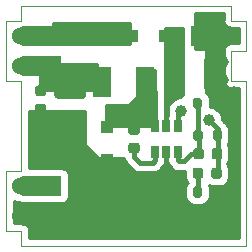
<source format=gbr>
%TF.GenerationSoftware,KiCad,Pcbnew,(5.1.9)-1*%
%TF.CreationDate,2021-06-07T16:13:34+02:00*%
%TF.ProjectId,16_STEP_DOWN,31365f53-5445-4505-9f44-4f574e2e6b69,rev?*%
%TF.SameCoordinates,Original*%
%TF.FileFunction,Copper,L1,Top*%
%TF.FilePolarity,Positive*%
%FSLAX46Y46*%
G04 Gerber Fmt 4.6, Leading zero omitted, Abs format (unit mm)*
G04 Created by KiCad (PCBNEW (5.1.9)-1) date 2021-06-07 16:13:34*
%MOMM*%
%LPD*%
G01*
G04 APERTURE LIST*
%TA.AperFunction,Profile*%
%ADD10C,0.050000*%
%TD*%
%TA.AperFunction,ComponentPad*%
%ADD11C,1.524000*%
%TD*%
%TA.AperFunction,ComponentPad*%
%ADD12C,0.100000*%
%TD*%
%TA.AperFunction,SMDPad,CuDef*%
%ADD13R,1.100000X1.100000*%
%TD*%
%TA.AperFunction,SMDPad,CuDef*%
%ADD14R,1.500000X2.500000*%
%TD*%
%TA.AperFunction,SMDPad,CuDef*%
%ADD15R,0.650000X1.060000*%
%TD*%
%TA.AperFunction,ViaPad*%
%ADD16C,1.000000*%
%TD*%
%TA.AperFunction,Conductor*%
%ADD17C,0.400000*%
%TD*%
%TA.AperFunction,Conductor*%
%ADD18C,0.254000*%
%TD*%
%TA.AperFunction,Conductor*%
%ADD19C,0.100000*%
%TD*%
G04 APERTURE END LIST*
D10*
X119380000Y-67310000D02*
X120650000Y-67310000D01*
X119380000Y-64770000D02*
X119380000Y-67310000D01*
X120650000Y-64770000D02*
X119380000Y-64770000D01*
X120650000Y-62230000D02*
X120650000Y-64770000D01*
X119380000Y-62230000D02*
X120650000Y-62230000D01*
X119380000Y-60960000D02*
X119380000Y-62230000D01*
X113665000Y-60960000D02*
X119380000Y-60960000D01*
X114935000Y-81280000D02*
X120650000Y-81280000D01*
X101600000Y-62230000D02*
X101600000Y-60960000D01*
X100330000Y-62230000D02*
X101600000Y-62230000D01*
X100330000Y-64770000D02*
X100330000Y-62230000D01*
X101600000Y-67310000D02*
X100330000Y-67310000D01*
X101600000Y-74930000D02*
X101600000Y-67310000D01*
X100330000Y-74930000D02*
X101600000Y-74930000D01*
X120650000Y-67310000D02*
X120650000Y-81280000D01*
X101600000Y-60960000D02*
X113665000Y-60960000D01*
X101600000Y-80010000D02*
X101600000Y-81280000D01*
X100330000Y-80010000D02*
X101600000Y-80010000D01*
X100330000Y-64770000D02*
X100330000Y-67310000D01*
X114935000Y-81280000D02*
X101600000Y-81280000D01*
X100330000Y-80010000D02*
X100330000Y-74930000D01*
%TO.P,C5,1*%
%TO.N,5V*%
%TA.AperFunction,SMDPad,CuDef*%
G36*
G01*
X118615000Y-73240000D02*
X118615000Y-73740000D01*
G75*
G02*
X118390000Y-73965000I-225000J0D01*
G01*
X117940000Y-73965000D01*
G75*
G02*
X117715000Y-73740000I0J225000D01*
G01*
X117715000Y-73240000D01*
G75*
G02*
X117940000Y-73015000I225000J0D01*
G01*
X118390000Y-73015000D01*
G75*
G02*
X118615000Y-73240000I0J-225000D01*
G01*
G37*
%TD.AperFunction*%
%TO.P,C5,2*%
%TO.N,Net-(C5-Pad2)*%
%TA.AperFunction,SMDPad,CuDef*%
G36*
G01*
X117065000Y-73240000D02*
X117065000Y-73740000D01*
G75*
G02*
X116840000Y-73965000I-225000J0D01*
G01*
X116390000Y-73965000D01*
G75*
G02*
X116165000Y-73740000I0J225000D01*
G01*
X116165000Y-73240000D01*
G75*
G02*
X116390000Y-73015000I225000J0D01*
G01*
X116840000Y-73015000D01*
G75*
G02*
X117065000Y-73240000I0J-225000D01*
G01*
G37*
%TD.AperFunction*%
%TD*%
%TO.P,R3,2*%
%TO.N,GND*%
%TA.AperFunction,SMDPad,CuDef*%
G36*
G01*
X117765000Y-69515000D02*
X117765000Y-68965000D01*
G75*
G02*
X117965000Y-68765000I200000J0D01*
G01*
X118365000Y-68765000D01*
G75*
G02*
X118565000Y-68965000I0J-200000D01*
G01*
X118565000Y-69515000D01*
G75*
G02*
X118365000Y-69715000I-200000J0D01*
G01*
X117965000Y-69715000D01*
G75*
G02*
X117765000Y-69515000I0J200000D01*
G01*
G37*
%TD.AperFunction*%
%TO.P,R3,1*%
%TO.N,Net-(C5-Pad2)*%
%TA.AperFunction,SMDPad,CuDef*%
G36*
G01*
X116115000Y-69515000D02*
X116115000Y-68965000D01*
G75*
G02*
X116315000Y-68765000I200000J0D01*
G01*
X116715000Y-68765000D01*
G75*
G02*
X116915000Y-68965000I0J-200000D01*
G01*
X116915000Y-69515000D01*
G75*
G02*
X116715000Y-69715000I-200000J0D01*
G01*
X116315000Y-69715000D01*
G75*
G02*
X116115000Y-69515000I0J200000D01*
G01*
G37*
%TD.AperFunction*%
%TD*%
%TO.P,R2,1*%
%TO.N,5V*%
%TA.AperFunction,SMDPad,CuDef*%
G36*
G01*
X118615000Y-71665000D02*
X118615000Y-72215000D01*
G75*
G02*
X118415000Y-72415000I-200000J0D01*
G01*
X118015000Y-72415000D01*
G75*
G02*
X117815000Y-72215000I0J200000D01*
G01*
X117815000Y-71665000D01*
G75*
G02*
X118015000Y-71465000I200000J0D01*
G01*
X118415000Y-71465000D01*
G75*
G02*
X118615000Y-71665000I0J-200000D01*
G01*
G37*
%TD.AperFunction*%
%TO.P,R2,2*%
%TO.N,Net-(C5-Pad2)*%
%TA.AperFunction,SMDPad,CuDef*%
G36*
G01*
X116965000Y-71665000D02*
X116965000Y-72215000D01*
G75*
G02*
X116765000Y-72415000I-200000J0D01*
G01*
X116365000Y-72415000D01*
G75*
G02*
X116165000Y-72215000I0J200000D01*
G01*
X116165000Y-71665000D01*
G75*
G02*
X116365000Y-71465000I200000J0D01*
G01*
X116765000Y-71465000D01*
G75*
G02*
X116965000Y-71665000I0J-200000D01*
G01*
G37*
%TD.AperFunction*%
%TD*%
D11*
%TO.P,J5,1*%
%TO.N,EN*%
X101600000Y-76200000D03*
%TA.AperFunction,ComponentPad*%
D12*
G36*
X101928132Y-77049917D02*
G01*
X101845251Y-77044703D01*
X101763275Y-77031425D01*
X101682986Y-77010212D01*
X101605149Y-76981265D01*
X101530509Y-76944861D01*
X101459778Y-76901346D01*
X101393631Y-76851138D01*
X101332698Y-76794714D01*
X101277563Y-76732613D01*
X101228750Y-76665429D01*
X101186727Y-76593802D01*
X101151894Y-76518416D01*
X101124583Y-76439990D01*
X101105056Y-76359274D01*
X101093498Y-76277038D01*
X101090021Y-76194066D01*
X101094656Y-76111151D01*
X101107361Y-76029084D01*
X101128013Y-75948648D01*
X101156416Y-75870612D01*
X101192299Y-75795719D01*
X101235318Y-75724686D01*
X101285064Y-75658190D01*
X101341061Y-75596865D01*
X101402775Y-75541297D01*
X101469617Y-75492017D01*
X101540949Y-75449495D01*
X101616090Y-75414136D01*
X101694323Y-75386278D01*
X101774901Y-75366188D01*
X101857055Y-75354057D01*
X101940000Y-75350000D01*
X104990000Y-75350000D01*
X104990000Y-77050000D01*
X101940000Y-77050000D01*
X101928132Y-77049917D01*
G37*
%TD.AperFunction*%
%TD*%
D11*
%TO.P,J1,1*%
%TO.N,GND*%
X101600000Y-78740000D03*
%TA.AperFunction,ComponentPad*%
D12*
G36*
X101928132Y-79589917D02*
G01*
X101845251Y-79584703D01*
X101763275Y-79571425D01*
X101682986Y-79550212D01*
X101605149Y-79521265D01*
X101530509Y-79484861D01*
X101459778Y-79441346D01*
X101393631Y-79391138D01*
X101332698Y-79334714D01*
X101277563Y-79272613D01*
X101228750Y-79205429D01*
X101186727Y-79133802D01*
X101151894Y-79058416D01*
X101124583Y-78979990D01*
X101105056Y-78899274D01*
X101093498Y-78817038D01*
X101090021Y-78734066D01*
X101094656Y-78651151D01*
X101107361Y-78569084D01*
X101128013Y-78488648D01*
X101156416Y-78410612D01*
X101192299Y-78335719D01*
X101235318Y-78264686D01*
X101285064Y-78198190D01*
X101341061Y-78136865D01*
X101402775Y-78081297D01*
X101469617Y-78032017D01*
X101540949Y-77989495D01*
X101616090Y-77954136D01*
X101694323Y-77926278D01*
X101774901Y-77906188D01*
X101857055Y-77894057D01*
X101940000Y-77890000D01*
X104990000Y-77890000D01*
X104990000Y-79590000D01*
X101940000Y-79590000D01*
X101928132Y-79589917D01*
G37*
%TD.AperFunction*%
%TD*%
D11*
%TO.P,J3,1*%
%TO.N,V_BRUT*%
X101600000Y-63500000D03*
%TA.AperFunction,ComponentPad*%
D12*
G36*
X101928132Y-64349917D02*
G01*
X101845251Y-64344703D01*
X101763275Y-64331425D01*
X101682986Y-64310212D01*
X101605149Y-64281265D01*
X101530509Y-64244861D01*
X101459778Y-64201346D01*
X101393631Y-64151138D01*
X101332698Y-64094714D01*
X101277563Y-64032613D01*
X101228750Y-63965429D01*
X101186727Y-63893802D01*
X101151894Y-63818416D01*
X101124583Y-63739990D01*
X101105056Y-63659274D01*
X101093498Y-63577038D01*
X101090021Y-63494066D01*
X101094656Y-63411151D01*
X101107361Y-63329084D01*
X101128013Y-63248648D01*
X101156416Y-63170612D01*
X101192299Y-63095719D01*
X101235318Y-63024686D01*
X101285064Y-62958190D01*
X101341061Y-62896865D01*
X101402775Y-62841297D01*
X101469617Y-62792017D01*
X101540949Y-62749495D01*
X101616090Y-62714136D01*
X101694323Y-62686278D01*
X101774901Y-62666188D01*
X101857055Y-62654057D01*
X101940000Y-62650000D01*
X104990000Y-62650000D01*
X104990000Y-64350000D01*
X101940000Y-64350000D01*
X101928132Y-64349917D01*
G37*
%TD.AperFunction*%
%TD*%
D11*
%TO.P,J4,1*%
%TO.N,5V*%
X101600000Y-66040000D03*
%TA.AperFunction,ComponentPad*%
D12*
G36*
X101928132Y-66889917D02*
G01*
X101845251Y-66884703D01*
X101763275Y-66871425D01*
X101682986Y-66850212D01*
X101605149Y-66821265D01*
X101530509Y-66784861D01*
X101459778Y-66741346D01*
X101393631Y-66691138D01*
X101332698Y-66634714D01*
X101277563Y-66572613D01*
X101228750Y-66505429D01*
X101186727Y-66433802D01*
X101151894Y-66358416D01*
X101124583Y-66279990D01*
X101105056Y-66199274D01*
X101093498Y-66117038D01*
X101090021Y-66034066D01*
X101094656Y-65951151D01*
X101107361Y-65869084D01*
X101128013Y-65788648D01*
X101156416Y-65710612D01*
X101192299Y-65635719D01*
X101235318Y-65564686D01*
X101285064Y-65498190D01*
X101341061Y-65436865D01*
X101402775Y-65381297D01*
X101469617Y-65332017D01*
X101540949Y-65289495D01*
X101616090Y-65254136D01*
X101694323Y-65226278D01*
X101774901Y-65206188D01*
X101857055Y-65194057D01*
X101940000Y-65190000D01*
X104990000Y-65190000D01*
X104990000Y-66890000D01*
X101940000Y-66890000D01*
X101928132Y-66889917D01*
G37*
%TD.AperFunction*%
%TD*%
D11*
%TO.P,J2,1*%
%TO.N,GND*%
X119380000Y-63500000D03*
%TA.AperFunction,ComponentPad*%
D12*
G36*
X119051868Y-62650083D02*
G01*
X119134749Y-62655297D01*
X119216725Y-62668575D01*
X119297014Y-62689788D01*
X119374851Y-62718735D01*
X119449491Y-62755139D01*
X119520222Y-62798654D01*
X119586369Y-62848862D01*
X119647302Y-62905286D01*
X119702437Y-62967387D01*
X119751250Y-63034571D01*
X119793273Y-63106198D01*
X119828106Y-63181584D01*
X119855417Y-63260010D01*
X119874944Y-63340726D01*
X119886502Y-63422962D01*
X119889979Y-63505934D01*
X119885344Y-63588849D01*
X119872639Y-63670916D01*
X119851987Y-63751352D01*
X119823584Y-63829388D01*
X119787701Y-63904281D01*
X119744682Y-63975314D01*
X119694936Y-64041810D01*
X119638939Y-64103135D01*
X119577225Y-64158703D01*
X119510383Y-64207983D01*
X119439051Y-64250505D01*
X119363910Y-64285864D01*
X119285677Y-64313722D01*
X119205099Y-64333812D01*
X119122945Y-64345943D01*
X119040000Y-64350000D01*
X115990000Y-64350000D01*
X115990000Y-62650000D01*
X119040000Y-62650000D01*
X119051868Y-62650083D01*
G37*
%TD.AperFunction*%
%TD*%
%TO.P,C3,2*%
%TO.N,GND*%
%TA.AperFunction,SMDPad,CuDef*%
G36*
G01*
X102990000Y-69265000D02*
X103490000Y-69265000D01*
G75*
G02*
X103715000Y-69490000I0J-225000D01*
G01*
X103715000Y-69940000D01*
G75*
G02*
X103490000Y-70165000I-225000J0D01*
G01*
X102990000Y-70165000D01*
G75*
G02*
X102765000Y-69940000I0J225000D01*
G01*
X102765000Y-69490000D01*
G75*
G02*
X102990000Y-69265000I225000J0D01*
G01*
G37*
%TD.AperFunction*%
%TO.P,C3,1*%
%TO.N,5V*%
%TA.AperFunction,SMDPad,CuDef*%
G36*
G01*
X102990000Y-67715000D02*
X103490000Y-67715000D01*
G75*
G02*
X103715000Y-67940000I0J-225000D01*
G01*
X103715000Y-68390000D01*
G75*
G02*
X103490000Y-68615000I-225000J0D01*
G01*
X102990000Y-68615000D01*
G75*
G02*
X102765000Y-68390000I0J225000D01*
G01*
X102765000Y-67940000D01*
G75*
G02*
X102990000Y-67715000I225000J0D01*
G01*
G37*
%TD.AperFunction*%
%TD*%
%TO.P,C2,2*%
%TO.N,GND*%
%TA.AperFunction,SMDPad,CuDef*%
G36*
G01*
X117040000Y-67840001D02*
X117040000Y-65639999D01*
G75*
G02*
X117289999Y-65390000I249999J0D01*
G01*
X117940001Y-65390000D01*
G75*
G02*
X118190000Y-65639999I0J-249999D01*
G01*
X118190000Y-67840001D01*
G75*
G02*
X117940001Y-68090000I-249999J0D01*
G01*
X117289999Y-68090000D01*
G75*
G02*
X117040000Y-67840001I0J249999D01*
G01*
G37*
%TD.AperFunction*%
%TO.P,C2,1*%
%TO.N,V_BRUT_P*%
%TA.AperFunction,SMDPad,CuDef*%
G36*
G01*
X114090000Y-67840001D02*
X114090000Y-65639999D01*
G75*
G02*
X114339999Y-65390000I249999J0D01*
G01*
X114990001Y-65390000D01*
G75*
G02*
X115240000Y-65639999I0J-249999D01*
G01*
X115240000Y-67840001D01*
G75*
G02*
X114990001Y-68090000I-249999J0D01*
G01*
X114339999Y-68090000D01*
G75*
G02*
X114090000Y-67840001I0J249999D01*
G01*
G37*
%TD.AperFunction*%
%TD*%
%TO.P,C1,2*%
%TO.N,Net-(C1-Pad2)*%
%TA.AperFunction,SMDPad,CuDef*%
G36*
G01*
X111390000Y-71915000D02*
X110890000Y-71915000D01*
G75*
G02*
X110665000Y-71690000I0J225000D01*
G01*
X110665000Y-71240000D01*
G75*
G02*
X110890000Y-71015000I225000J0D01*
G01*
X111390000Y-71015000D01*
G75*
G02*
X111615000Y-71240000I0J-225000D01*
G01*
X111615000Y-71690000D01*
G75*
G02*
X111390000Y-71915000I-225000J0D01*
G01*
G37*
%TD.AperFunction*%
%TO.P,C1,1*%
%TO.N,Net-(C1-Pad1)*%
%TA.AperFunction,SMDPad,CuDef*%
G36*
G01*
X111390000Y-73465000D02*
X110890000Y-73465000D01*
G75*
G02*
X110665000Y-73240000I0J225000D01*
G01*
X110665000Y-72790000D01*
G75*
G02*
X110890000Y-72565000I225000J0D01*
G01*
X111390000Y-72565000D01*
G75*
G02*
X111615000Y-72790000I0J-225000D01*
G01*
X111615000Y-73240000D01*
G75*
G02*
X111390000Y-73465000I-225000J0D01*
G01*
G37*
%TD.AperFunction*%
%TD*%
%TO.P,C4,1*%
%TO.N,5V*%
%TA.AperFunction,SMDPad,CuDef*%
G36*
G01*
X104639999Y-67690000D02*
X106840001Y-67690000D01*
G75*
G02*
X107090000Y-67939999I0J-249999D01*
G01*
X107090000Y-68590001D01*
G75*
G02*
X106840001Y-68840000I-249999J0D01*
G01*
X104639999Y-68840000D01*
G75*
G02*
X104390000Y-68590001I0J249999D01*
G01*
X104390000Y-67939999D01*
G75*
G02*
X104639999Y-67690000I249999J0D01*
G01*
G37*
%TD.AperFunction*%
%TO.P,C4,2*%
%TO.N,GND*%
%TA.AperFunction,SMDPad,CuDef*%
G36*
G01*
X104639999Y-70640000D02*
X106840001Y-70640000D01*
G75*
G02*
X107090000Y-70889999I0J-249999D01*
G01*
X107090000Y-71540001D01*
G75*
G02*
X106840001Y-71790000I-249999J0D01*
G01*
X104639999Y-71790000D01*
G75*
G02*
X104390000Y-71540001I0J249999D01*
G01*
X104390000Y-70889999D01*
G75*
G02*
X104639999Y-70640000I249999J0D01*
G01*
G37*
%TD.AperFunction*%
%TD*%
D13*
%TO.P,D2,1*%
%TO.N,V_BRUT_P*%
X113790000Y-63500000D03*
%TO.P,D2,2*%
%TO.N,V_BRUT*%
X110990000Y-63500000D03*
%TD*%
%TO.P,D1,1*%
%TO.N,Net-(D1-Pad1)*%
%TA.AperFunction,SMDPad,CuDef*%
G36*
G01*
X116115000Y-75396250D02*
X116115000Y-74883750D01*
G75*
G02*
X116333750Y-74665000I218750J0D01*
G01*
X116771250Y-74665000D01*
G75*
G02*
X116990000Y-74883750I0J-218750D01*
G01*
X116990000Y-75396250D01*
G75*
G02*
X116771250Y-75615000I-218750J0D01*
G01*
X116333750Y-75615000D01*
G75*
G02*
X116115000Y-75396250I0J218750D01*
G01*
G37*
%TD.AperFunction*%
%TO.P,D1,2*%
%TO.N,5V*%
%TA.AperFunction,SMDPad,CuDef*%
G36*
G01*
X117690000Y-75396250D02*
X117690000Y-74883750D01*
G75*
G02*
X117908750Y-74665000I218750J0D01*
G01*
X118346250Y-74665000D01*
G75*
G02*
X118565000Y-74883750I0J-218750D01*
G01*
X118565000Y-75396250D01*
G75*
G02*
X118346250Y-75615000I-218750J0D01*
G01*
X117908750Y-75615000D01*
G75*
G02*
X117690000Y-75396250I0J218750D01*
G01*
G37*
%TD.AperFunction*%
%TD*%
D14*
%TO.P,L1,1*%
%TO.N,5V*%
X108390000Y-67440000D03*
%TO.P,L1,2*%
%TO.N,Net-(C1-Pad2)*%
X112090000Y-67440000D03*
%TD*%
%TO.P,R1,1*%
%TO.N,Net-(D1-Pad1)*%
%TA.AperFunction,SMDPad,CuDef*%
G36*
G01*
X116115000Y-77015000D02*
X116115000Y-76465000D01*
G75*
G02*
X116315000Y-76265000I200000J0D01*
G01*
X116715000Y-76265000D01*
G75*
G02*
X116915000Y-76465000I0J-200000D01*
G01*
X116915000Y-77015000D01*
G75*
G02*
X116715000Y-77215000I-200000J0D01*
G01*
X116315000Y-77215000D01*
G75*
G02*
X116115000Y-77015000I0J200000D01*
G01*
G37*
%TD.AperFunction*%
%TO.P,R1,2*%
%TO.N,GND*%
%TA.AperFunction,SMDPad,CuDef*%
G36*
G01*
X117765000Y-77015000D02*
X117765000Y-76465000D01*
G75*
G02*
X117965000Y-76265000I200000J0D01*
G01*
X118365000Y-76265000D01*
G75*
G02*
X118565000Y-76465000I0J-200000D01*
G01*
X118565000Y-77015000D01*
G75*
G02*
X118365000Y-77215000I-200000J0D01*
G01*
X117965000Y-77215000D01*
G75*
G02*
X117765000Y-77015000I0J200000D01*
G01*
G37*
%TD.AperFunction*%
%TD*%
D13*
%TO.P,D3,1*%
%TO.N,Net-(C1-Pad2)*%
X108890000Y-71240000D03*
%TO.P,D3,2*%
%TO.N,GND*%
X108890000Y-74040000D03*
%TD*%
D15*
%TO.P,U1,1*%
%TO.N,Net-(C1-Pad1)*%
X112940000Y-73340000D03*
%TO.P,U1,2*%
%TO.N,GND*%
X113890000Y-73340000D03*
%TO.P,U1,3*%
%TO.N,Net-(C5-Pad2)*%
X114840000Y-73340000D03*
%TO.P,U1,4*%
%TO.N,EN*%
X114840000Y-71140000D03*
%TO.P,U1,6*%
%TO.N,Net-(C1-Pad2)*%
X112940000Y-71140000D03*
%TO.P,U1,5*%
%TO.N,V_BRUT_P*%
X113890000Y-71140000D03*
%TD*%
D16*
%TO.N,GND*%
X118140000Y-80240000D03*
X119640000Y-80240000D03*
X119640000Y-78740000D03*
X119640000Y-77240000D03*
X119640000Y-72740000D03*
X119640000Y-74240000D03*
X119640000Y-75740000D03*
X116640000Y-80240000D03*
X115140000Y-80240000D03*
X113640000Y-80240000D03*
X112140000Y-80240000D03*
X110640000Y-80240000D03*
X109140000Y-80240000D03*
X107640000Y-80240000D03*
X106140000Y-80240000D03*
X119640000Y-71240000D03*
X119640000Y-71240000D03*
X119640000Y-69740000D03*
X119640000Y-68240000D03*
X118640000Y-67240000D03*
X118640000Y-65740000D03*
X102640000Y-73740000D03*
X104140000Y-73740000D03*
X102640000Y-72240000D03*
X102640000Y-70740000D03*
%TO.N,5V*%
X117465000Y-70640000D03*
%TO.N,EN*%
X115140000Y-69840000D03*
%TD*%
D17*
%TO.N,GND*%
X103240000Y-69715000D02*
X103240000Y-71940000D01*
X104240000Y-72940000D02*
X105740000Y-72940000D01*
X105740000Y-72940000D02*
X105740000Y-71215000D01*
X108890000Y-74040000D02*
X108890000Y-75490000D01*
X108890000Y-75490000D02*
X108840000Y-75440000D01*
X108240000Y-75440000D02*
X105740000Y-72940000D01*
X108840000Y-75440000D02*
X108240000Y-75440000D01*
X104140000Y-78740000D02*
X108340000Y-78740000D01*
X108840000Y-78240000D02*
X108840000Y-75440000D01*
X108340000Y-78740000D02*
X108840000Y-78240000D01*
X118165000Y-76740000D02*
X118940000Y-76740000D01*
X109340000Y-78740000D02*
X108840000Y-78240000D01*
X113890000Y-78590000D02*
X114040000Y-78740000D01*
X113890000Y-73340000D02*
X113890000Y-78590000D01*
X117615000Y-64275000D02*
X116840000Y-63500000D01*
X117615000Y-66740000D02*
X117615000Y-64275000D01*
X119240000Y-68365000D02*
X117615000Y-66740000D01*
X119040000Y-69240000D02*
X119240000Y-69440000D01*
X119240000Y-69440000D02*
X119240000Y-68365000D01*
X118165000Y-69240000D02*
X119040000Y-69240000D01*
X118940000Y-76740000D02*
X119240000Y-76740000D01*
X119240000Y-69440000D02*
X119240000Y-76740000D01*
X104140000Y-78740000D02*
X105640000Y-78740000D01*
X102640000Y-73740000D02*
X104140000Y-73740000D01*
X102640000Y-70740000D02*
X102640000Y-73740000D01*
X103540000Y-72240000D02*
X103590000Y-72290000D01*
X102640000Y-72240000D02*
X103540000Y-72240000D01*
X103590000Y-72290000D02*
X104240000Y-72940000D01*
X103240000Y-71940000D02*
X103590000Y-72290000D01*
X106140000Y-80240000D02*
X119640000Y-80240000D01*
X119640000Y-68240000D02*
X119640000Y-80240000D01*
X111139999Y-79740001D02*
X110640000Y-80240000D01*
X111140000Y-78740000D02*
X111139999Y-79740001D01*
X114040000Y-78740000D02*
X111140000Y-78740000D01*
X111140000Y-78740000D02*
X109340000Y-78740000D01*
X117615000Y-66740000D02*
X118640000Y-66740000D01*
X118640000Y-66740000D02*
X118640000Y-67240000D01*
X118640000Y-65740000D02*
X118640000Y-66740000D01*
%TO.N,5V*%
X104340000Y-66240000D02*
X104140000Y-66040000D01*
X105440000Y-66040000D02*
X104140000Y-66040000D01*
X105740000Y-66340000D02*
X105440000Y-66040000D01*
X108390000Y-67440000D02*
X105740000Y-67440000D01*
X105740000Y-67440000D02*
X105740000Y-66340000D01*
X105740000Y-68265000D02*
X105740000Y-67440000D01*
X103240000Y-66940000D02*
X104140000Y-66040000D01*
X103240000Y-68165000D02*
X103240000Y-66940000D01*
X118215000Y-75052500D02*
X118127500Y-75140000D01*
X118215000Y-71940000D02*
X118215000Y-72565000D01*
X118215000Y-72565000D02*
X118215000Y-75052500D01*
X118215000Y-71390000D02*
X117465000Y-70640000D01*
X118215000Y-71940000D02*
X118215000Y-71390000D01*
%TO.N,V_BRUT*%
X104140000Y-63500000D02*
X110990000Y-63500000D01*
%TO.N,V_BRUT_P*%
X113790000Y-63500000D02*
X114300000Y-63500000D01*
X114665000Y-63865000D02*
X114665000Y-66740000D01*
X114300000Y-63500000D02*
X114665000Y-63865000D01*
X113890000Y-71140000D02*
X113890000Y-69290000D01*
X114665000Y-68515000D02*
X114665000Y-66740000D01*
X113890000Y-69290000D02*
X114665000Y-68515000D01*
%TO.N,EN*%
X114840000Y-70140000D02*
X115140000Y-69840000D01*
X114840000Y-71140000D02*
X114840000Y-70140000D01*
%TO.N,Net-(C1-Pad2)*%
X112940000Y-68290000D02*
X112090000Y-67440000D01*
X108890000Y-71240000D02*
X108890000Y-70290000D01*
X108890000Y-70290000D02*
X109240000Y-69940000D01*
X112940000Y-69940000D02*
X112940000Y-68290000D01*
X112940000Y-71140000D02*
X112940000Y-69940000D01*
X111140000Y-70040000D02*
X111240000Y-69940000D01*
X111140000Y-71465000D02*
X111140000Y-70040000D01*
X111240000Y-69940000D02*
X112940000Y-69940000D01*
X109240000Y-69940000D02*
X111240000Y-69940000D01*
%TO.N,Net-(C1-Pad1)*%
X112940000Y-73340000D02*
X112940000Y-74040000D01*
X112940000Y-74040000D02*
X112740000Y-74240000D01*
X112740000Y-74240000D02*
X111640000Y-74240000D01*
X111140000Y-73740000D02*
X111140000Y-73015000D01*
X111640000Y-74240000D02*
X111140000Y-73740000D01*
%TO.N,Net-(C5-Pad2)*%
X116565000Y-73440000D02*
X116615000Y-73490000D01*
X114840000Y-73340000D02*
X114840000Y-74040000D01*
X114840000Y-74040000D02*
X114940000Y-74140000D01*
X114940000Y-74140000D02*
X115340000Y-74140000D01*
X115990000Y-73490000D02*
X116615000Y-73490000D01*
X115340000Y-74140000D02*
X115990000Y-73490000D01*
X116565000Y-69290000D02*
X116515000Y-69240000D01*
X116565000Y-71940000D02*
X116565000Y-69290000D01*
X116615000Y-71990000D02*
X116565000Y-71940000D01*
X116615000Y-73490000D02*
X116615000Y-71990000D01*
%TO.N,Net-(D1-Pad1)*%
X116552500Y-76702500D02*
X116515000Y-76740000D01*
X116552500Y-75140000D02*
X116552500Y-76702500D01*
%TD*%
D18*
%TO.N,GND*%
X118720001Y-62197571D02*
X118716807Y-62230000D01*
X118729550Y-62359383D01*
X118767290Y-62483793D01*
X118828575Y-62598450D01*
X118911052Y-62698948D01*
X119011550Y-62781425D01*
X119126207Y-62842710D01*
X119250617Y-62880450D01*
X119347581Y-62890000D01*
X119380000Y-62893193D01*
X119412419Y-62890000D01*
X119990000Y-62890000D01*
X119990001Y-64110000D01*
X119412419Y-64110000D01*
X119380000Y-64106807D01*
X119347581Y-64110000D01*
X119250617Y-64119550D01*
X119126207Y-64157290D01*
X119011550Y-64218575D01*
X118911052Y-64301052D01*
X118828575Y-64401550D01*
X118767290Y-64516207D01*
X118729550Y-64640617D01*
X118716807Y-64770000D01*
X118720000Y-64802418D01*
X118720001Y-67277571D01*
X118716807Y-67310000D01*
X118729550Y-67439383D01*
X118767290Y-67563793D01*
X118828575Y-67678450D01*
X118911052Y-67778948D01*
X119011550Y-67861425D01*
X119126207Y-67922710D01*
X119250617Y-67960450D01*
X119347581Y-67970000D01*
X119380000Y-67973193D01*
X119412419Y-67970000D01*
X119990000Y-67970000D01*
X119990001Y-80620000D01*
X102260000Y-80620000D01*
X102260000Y-80042418D01*
X102263193Y-80010000D01*
X102250450Y-79880617D01*
X102212710Y-79756207D01*
X102151425Y-79641550D01*
X102068948Y-79541052D01*
X101968450Y-79458575D01*
X101853793Y-79397290D01*
X101729383Y-79359550D01*
X101632419Y-79350000D01*
X101600000Y-79346807D01*
X101567581Y-79350000D01*
X100990000Y-79350000D01*
X100990000Y-77459431D01*
X101192510Y-77543314D01*
X101401535Y-77584892D01*
X101412217Y-77589470D01*
X101570343Y-77639630D01*
X101692149Y-77665520D01*
X101857006Y-77684012D01*
X101923670Y-77687973D01*
X101935538Y-77688056D01*
X101940000Y-77688072D01*
X104990000Y-77688072D01*
X105114482Y-77675812D01*
X105234180Y-77639502D01*
X105344494Y-77580537D01*
X105441185Y-77501185D01*
X105520537Y-77404494D01*
X105579502Y-77294180D01*
X105615812Y-77174482D01*
X105628072Y-77050000D01*
X105628072Y-75350000D01*
X105615812Y-75225518D01*
X105579502Y-75105820D01*
X105520537Y-74995506D01*
X105441185Y-74898815D01*
X105344494Y-74819463D01*
X105234180Y-74760498D01*
X105114482Y-74724188D01*
X104990000Y-74711928D01*
X102260000Y-74711928D01*
X102260000Y-69867000D01*
X107013000Y-69867000D01*
X107013000Y-72740000D01*
X107015440Y-72764776D01*
X107022667Y-72788601D01*
X107034403Y-72810557D01*
X107050197Y-72829803D01*
X108050197Y-73829803D01*
X108069443Y-73845597D01*
X108091399Y-73857333D01*
X108115224Y-73864560D01*
X108140000Y-73867000D01*
X110300084Y-73867000D01*
X110314645Y-73878950D01*
X110317082Y-73903688D01*
X110364828Y-74061086D01*
X110442364Y-74206145D01*
X110546709Y-74333291D01*
X110578578Y-74359445D01*
X111020558Y-74801426D01*
X111046709Y-74833291D01*
X111173854Y-74937636D01*
X111318913Y-75015172D01*
X111476311Y-75062918D01*
X111598981Y-75075000D01*
X111598982Y-75075000D01*
X111640000Y-75079040D01*
X111681018Y-75075000D01*
X112698982Y-75075000D01*
X112740000Y-75079040D01*
X112781018Y-75075000D01*
X112781019Y-75075000D01*
X112903689Y-75062918D01*
X113061087Y-75015172D01*
X113206146Y-74937636D01*
X113333291Y-74833291D01*
X113359445Y-74801422D01*
X113501425Y-74659442D01*
X113533291Y-74633291D01*
X113637636Y-74506146D01*
X113715172Y-74361087D01*
X113733780Y-74299746D01*
X113795537Y-74224494D01*
X113854502Y-74114180D01*
X113890000Y-73997159D01*
X113925498Y-74114180D01*
X113984463Y-74224494D01*
X114046221Y-74299746D01*
X114064828Y-74361086D01*
X114142364Y-74506145D01*
X114149772Y-74515172D01*
X114246710Y-74633291D01*
X114278574Y-74659441D01*
X114320554Y-74701421D01*
X114346709Y-74733291D01*
X114473854Y-74837636D01*
X114618913Y-74915172D01*
X114776311Y-74962918D01*
X114898981Y-74975000D01*
X114898991Y-74975000D01*
X114939999Y-74979039D01*
X114981007Y-74975000D01*
X115298982Y-74975000D01*
X115340000Y-74979040D01*
X115381018Y-74975000D01*
X115381019Y-74975000D01*
X115476928Y-74965554D01*
X115476928Y-75396250D01*
X115493392Y-75563408D01*
X115542150Y-75724142D01*
X115621329Y-75872275D01*
X115671910Y-75933909D01*
X115618169Y-75999392D01*
X115540722Y-76144284D01*
X115493031Y-76301500D01*
X115476928Y-76465000D01*
X115476928Y-77015000D01*
X115493031Y-77178500D01*
X115540722Y-77335716D01*
X115618169Y-77480608D01*
X115722394Y-77607606D01*
X115849392Y-77711831D01*
X115994284Y-77789278D01*
X116151500Y-77836969D01*
X116315000Y-77853072D01*
X116715000Y-77853072D01*
X116878500Y-77836969D01*
X117035716Y-77789278D01*
X117180608Y-77711831D01*
X117307606Y-77607606D01*
X117411831Y-77480608D01*
X117489278Y-77335716D01*
X117536969Y-77178500D01*
X117553072Y-77015000D01*
X117553072Y-76465000D01*
X117536969Y-76301500D01*
X117489278Y-76144284D01*
X117485249Y-76136746D01*
X117580858Y-76187850D01*
X117741592Y-76236608D01*
X117908750Y-76253072D01*
X118346250Y-76253072D01*
X118513408Y-76236608D01*
X118674142Y-76187850D01*
X118822275Y-76108671D01*
X118952115Y-76002115D01*
X119058671Y-75872275D01*
X119137850Y-75724142D01*
X119186608Y-75563408D01*
X119203072Y-75396250D01*
X119203072Y-74883750D01*
X119186608Y-74716592D01*
X119137850Y-74555858D01*
X119058671Y-74407725D01*
X119050000Y-74397159D01*
X119050000Y-74289705D01*
X119107618Y-74219497D01*
X119187375Y-74070283D01*
X119236488Y-73908377D01*
X119253072Y-73740000D01*
X119253072Y-73240000D01*
X119236488Y-73071623D01*
X119187375Y-72909717D01*
X119107618Y-72760503D01*
X119076940Y-72723122D01*
X119111831Y-72680608D01*
X119189278Y-72535716D01*
X119236969Y-72378500D01*
X119253072Y-72215000D01*
X119253072Y-71665000D01*
X119236969Y-71501500D01*
X119189278Y-71344284D01*
X119111831Y-71199392D01*
X119007606Y-71072394D01*
X118979863Y-71049625D01*
X118912636Y-70923854D01*
X118862627Y-70862918D01*
X118808291Y-70796709D01*
X118776426Y-70770558D01*
X118600000Y-70594132D01*
X118600000Y-70528212D01*
X118556383Y-70308933D01*
X118470824Y-70102376D01*
X118346612Y-69916480D01*
X118188520Y-69758388D01*
X118002624Y-69634176D01*
X117796067Y-69548617D01*
X117576788Y-69505000D01*
X117553072Y-69505000D01*
X117553072Y-68965000D01*
X117536969Y-68801500D01*
X117489278Y-68644284D01*
X117411831Y-68499392D01*
X117307606Y-68372394D01*
X117267000Y-68339069D01*
X117267000Y-64740000D01*
X117264560Y-64715224D01*
X117257333Y-64691399D01*
X117245597Y-64669443D01*
X117229803Y-64650197D01*
X117210557Y-64634403D01*
X117188601Y-64622667D01*
X117164776Y-64615440D01*
X117140000Y-64613000D01*
X116267000Y-64613000D01*
X116267000Y-61620000D01*
X118720001Y-61620000D01*
X118720001Y-62197571D01*
%TA.AperFunction,Conductor*%
D19*
G36*
X118720001Y-62197571D02*
G01*
X118716807Y-62230000D01*
X118729550Y-62359383D01*
X118767290Y-62483793D01*
X118828575Y-62598450D01*
X118911052Y-62698948D01*
X119011550Y-62781425D01*
X119126207Y-62842710D01*
X119250617Y-62880450D01*
X119347581Y-62890000D01*
X119380000Y-62893193D01*
X119412419Y-62890000D01*
X119990000Y-62890000D01*
X119990001Y-64110000D01*
X119412419Y-64110000D01*
X119380000Y-64106807D01*
X119347581Y-64110000D01*
X119250617Y-64119550D01*
X119126207Y-64157290D01*
X119011550Y-64218575D01*
X118911052Y-64301052D01*
X118828575Y-64401550D01*
X118767290Y-64516207D01*
X118729550Y-64640617D01*
X118716807Y-64770000D01*
X118720000Y-64802418D01*
X118720001Y-67277571D01*
X118716807Y-67310000D01*
X118729550Y-67439383D01*
X118767290Y-67563793D01*
X118828575Y-67678450D01*
X118911052Y-67778948D01*
X119011550Y-67861425D01*
X119126207Y-67922710D01*
X119250617Y-67960450D01*
X119347581Y-67970000D01*
X119380000Y-67973193D01*
X119412419Y-67970000D01*
X119990000Y-67970000D01*
X119990001Y-80620000D01*
X102260000Y-80620000D01*
X102260000Y-80042418D01*
X102263193Y-80010000D01*
X102250450Y-79880617D01*
X102212710Y-79756207D01*
X102151425Y-79641550D01*
X102068948Y-79541052D01*
X101968450Y-79458575D01*
X101853793Y-79397290D01*
X101729383Y-79359550D01*
X101632419Y-79350000D01*
X101600000Y-79346807D01*
X101567581Y-79350000D01*
X100990000Y-79350000D01*
X100990000Y-77459431D01*
X101192510Y-77543314D01*
X101401535Y-77584892D01*
X101412217Y-77589470D01*
X101570343Y-77639630D01*
X101692149Y-77665520D01*
X101857006Y-77684012D01*
X101923670Y-77687973D01*
X101935538Y-77688056D01*
X101940000Y-77688072D01*
X104990000Y-77688072D01*
X105114482Y-77675812D01*
X105234180Y-77639502D01*
X105344494Y-77580537D01*
X105441185Y-77501185D01*
X105520537Y-77404494D01*
X105579502Y-77294180D01*
X105615812Y-77174482D01*
X105628072Y-77050000D01*
X105628072Y-75350000D01*
X105615812Y-75225518D01*
X105579502Y-75105820D01*
X105520537Y-74995506D01*
X105441185Y-74898815D01*
X105344494Y-74819463D01*
X105234180Y-74760498D01*
X105114482Y-74724188D01*
X104990000Y-74711928D01*
X102260000Y-74711928D01*
X102260000Y-69867000D01*
X107013000Y-69867000D01*
X107013000Y-72740000D01*
X107015440Y-72764776D01*
X107022667Y-72788601D01*
X107034403Y-72810557D01*
X107050197Y-72829803D01*
X108050197Y-73829803D01*
X108069443Y-73845597D01*
X108091399Y-73857333D01*
X108115224Y-73864560D01*
X108140000Y-73867000D01*
X110300084Y-73867000D01*
X110314645Y-73878950D01*
X110317082Y-73903688D01*
X110364828Y-74061086D01*
X110442364Y-74206145D01*
X110546709Y-74333291D01*
X110578578Y-74359445D01*
X111020558Y-74801426D01*
X111046709Y-74833291D01*
X111173854Y-74937636D01*
X111318913Y-75015172D01*
X111476311Y-75062918D01*
X111598981Y-75075000D01*
X111598982Y-75075000D01*
X111640000Y-75079040D01*
X111681018Y-75075000D01*
X112698982Y-75075000D01*
X112740000Y-75079040D01*
X112781018Y-75075000D01*
X112781019Y-75075000D01*
X112903689Y-75062918D01*
X113061087Y-75015172D01*
X113206146Y-74937636D01*
X113333291Y-74833291D01*
X113359445Y-74801422D01*
X113501425Y-74659442D01*
X113533291Y-74633291D01*
X113637636Y-74506146D01*
X113715172Y-74361087D01*
X113733780Y-74299746D01*
X113795537Y-74224494D01*
X113854502Y-74114180D01*
X113890000Y-73997159D01*
X113925498Y-74114180D01*
X113984463Y-74224494D01*
X114046221Y-74299746D01*
X114064828Y-74361086D01*
X114142364Y-74506145D01*
X114149772Y-74515172D01*
X114246710Y-74633291D01*
X114278574Y-74659441D01*
X114320554Y-74701421D01*
X114346709Y-74733291D01*
X114473854Y-74837636D01*
X114618913Y-74915172D01*
X114776311Y-74962918D01*
X114898981Y-74975000D01*
X114898991Y-74975000D01*
X114939999Y-74979039D01*
X114981007Y-74975000D01*
X115298982Y-74975000D01*
X115340000Y-74979040D01*
X115381018Y-74975000D01*
X115381019Y-74975000D01*
X115476928Y-74965554D01*
X115476928Y-75396250D01*
X115493392Y-75563408D01*
X115542150Y-75724142D01*
X115621329Y-75872275D01*
X115671910Y-75933909D01*
X115618169Y-75999392D01*
X115540722Y-76144284D01*
X115493031Y-76301500D01*
X115476928Y-76465000D01*
X115476928Y-77015000D01*
X115493031Y-77178500D01*
X115540722Y-77335716D01*
X115618169Y-77480608D01*
X115722394Y-77607606D01*
X115849392Y-77711831D01*
X115994284Y-77789278D01*
X116151500Y-77836969D01*
X116315000Y-77853072D01*
X116715000Y-77853072D01*
X116878500Y-77836969D01*
X117035716Y-77789278D01*
X117180608Y-77711831D01*
X117307606Y-77607606D01*
X117411831Y-77480608D01*
X117489278Y-77335716D01*
X117536969Y-77178500D01*
X117553072Y-77015000D01*
X117553072Y-76465000D01*
X117536969Y-76301500D01*
X117489278Y-76144284D01*
X117485249Y-76136746D01*
X117580858Y-76187850D01*
X117741592Y-76236608D01*
X117908750Y-76253072D01*
X118346250Y-76253072D01*
X118513408Y-76236608D01*
X118674142Y-76187850D01*
X118822275Y-76108671D01*
X118952115Y-76002115D01*
X119058671Y-75872275D01*
X119137850Y-75724142D01*
X119186608Y-75563408D01*
X119203072Y-75396250D01*
X119203072Y-74883750D01*
X119186608Y-74716592D01*
X119137850Y-74555858D01*
X119058671Y-74407725D01*
X119050000Y-74397159D01*
X119050000Y-74289705D01*
X119107618Y-74219497D01*
X119187375Y-74070283D01*
X119236488Y-73908377D01*
X119253072Y-73740000D01*
X119253072Y-73240000D01*
X119236488Y-73071623D01*
X119187375Y-72909717D01*
X119107618Y-72760503D01*
X119076940Y-72723122D01*
X119111831Y-72680608D01*
X119189278Y-72535716D01*
X119236969Y-72378500D01*
X119253072Y-72215000D01*
X119253072Y-71665000D01*
X119236969Y-71501500D01*
X119189278Y-71344284D01*
X119111831Y-71199392D01*
X119007606Y-71072394D01*
X118979863Y-71049625D01*
X118912636Y-70923854D01*
X118862627Y-70862918D01*
X118808291Y-70796709D01*
X118776426Y-70770558D01*
X118600000Y-70594132D01*
X118600000Y-70528212D01*
X118556383Y-70308933D01*
X118470824Y-70102376D01*
X118346612Y-69916480D01*
X118188520Y-69758388D01*
X118002624Y-69634176D01*
X117796067Y-69548617D01*
X117576788Y-69505000D01*
X117553072Y-69505000D01*
X117553072Y-68965000D01*
X117536969Y-68801500D01*
X117489278Y-68644284D01*
X117411831Y-68499392D01*
X117307606Y-68372394D01*
X117267000Y-68339069D01*
X117267000Y-64740000D01*
X117264560Y-64715224D01*
X117257333Y-64691399D01*
X117245597Y-64669443D01*
X117229803Y-64650197D01*
X117210557Y-64634403D01*
X117188601Y-64622667D01*
X117164776Y-64615440D01*
X117140000Y-64613000D01*
X116267000Y-64613000D01*
X116267000Y-61620000D01*
X118720001Y-61620000D01*
X118720001Y-62197571D01*
G37*
%TD.AperFunction*%
%TD*%
D18*
%TO.N,V_BRUT*%
X110813000Y-64213000D02*
X104267000Y-64213000D01*
X104267000Y-62467000D01*
X110813000Y-62467000D01*
X110813000Y-64213000D01*
%TA.AperFunction,Conductor*%
D19*
G36*
X110813000Y-64213000D02*
G01*
X104267000Y-64213000D01*
X104267000Y-62467000D01*
X110813000Y-62467000D01*
X110813000Y-64213000D01*
G37*
%TD.AperFunction*%
%TD*%
D18*
%TO.N,V_BRUT_P*%
X115313000Y-68481097D02*
X115048387Y-68705000D01*
X115028212Y-68705000D01*
X114808933Y-68748617D01*
X114602376Y-68834176D01*
X114416480Y-68958388D01*
X114258388Y-69116480D01*
X114134176Y-69302376D01*
X114048617Y-69508933D01*
X114037232Y-69566168D01*
X114027109Y-69581823D01*
X114017928Y-69604965D01*
X114013000Y-69640000D01*
X114013000Y-69687993D01*
X114005000Y-69728212D01*
X114005000Y-69951788D01*
X114013000Y-69992008D01*
X114013000Y-70017755D01*
X114000960Y-70140000D01*
X114005001Y-70181028D01*
X114005001Y-70230480D01*
X113984463Y-70255506D01*
X113925498Y-70365820D01*
X113890000Y-70482841D01*
X113854502Y-70365820D01*
X113795537Y-70255506D01*
X113775000Y-70230482D01*
X113775000Y-69981018D01*
X113779040Y-69940000D01*
X113775000Y-69898981D01*
X113775000Y-68331018D01*
X113779040Y-68290000D01*
X113767000Y-68167757D01*
X113767000Y-62867000D01*
X115313000Y-62867000D01*
X115313000Y-68481097D01*
%TA.AperFunction,Conductor*%
D19*
G36*
X115313000Y-68481097D02*
G01*
X115048387Y-68705000D01*
X115028212Y-68705000D01*
X114808933Y-68748617D01*
X114602376Y-68834176D01*
X114416480Y-68958388D01*
X114258388Y-69116480D01*
X114134176Y-69302376D01*
X114048617Y-69508933D01*
X114037232Y-69566168D01*
X114027109Y-69581823D01*
X114017928Y-69604965D01*
X114013000Y-69640000D01*
X114013000Y-69687993D01*
X114005000Y-69728212D01*
X114005000Y-69951788D01*
X114013000Y-69992008D01*
X114013000Y-70017755D01*
X114000960Y-70140000D01*
X114005001Y-70181028D01*
X114005001Y-70230480D01*
X113984463Y-70255506D01*
X113925498Y-70365820D01*
X113890000Y-70482841D01*
X113854502Y-70365820D01*
X113795537Y-70255506D01*
X113775000Y-70230482D01*
X113775000Y-69981018D01*
X113779040Y-69940000D01*
X113775000Y-69898981D01*
X113775000Y-68331018D01*
X113779040Y-68290000D01*
X113767000Y-68167757D01*
X113767000Y-62867000D01*
X115313000Y-62867000D01*
X115313000Y-68481097D01*
G37*
%TD.AperFunction*%
%TD*%
D18*
%TO.N,5V*%
X108013000Y-68113000D02*
X103267000Y-68113000D01*
X103267000Y-65867000D01*
X108013000Y-65867000D01*
X108013000Y-68113000D01*
%TA.AperFunction,Conductor*%
D19*
G36*
X108013000Y-68113000D02*
G01*
X103267000Y-68113000D01*
X103267000Y-65867000D01*
X108013000Y-65867000D01*
X108013000Y-68113000D01*
G37*
%TD.AperFunction*%
%TD*%
D18*
%TO.N,Net-(C1-Pad2)*%
X112913000Y-71113000D02*
X108767000Y-71113000D01*
X108767000Y-69367000D01*
X110640000Y-69367000D01*
X110664776Y-69364560D01*
X110688601Y-69357333D01*
X110710557Y-69345597D01*
X110729803Y-69329803D01*
X111729803Y-68329803D01*
X111745597Y-68310557D01*
X111757333Y-68288601D01*
X111764560Y-68264776D01*
X111767000Y-68240000D01*
X111767000Y-66367000D01*
X112913000Y-66367000D01*
X112913000Y-71113000D01*
%TA.AperFunction,Conductor*%
D19*
G36*
X112913000Y-71113000D02*
G01*
X108767000Y-71113000D01*
X108767000Y-69367000D01*
X110640000Y-69367000D01*
X110664776Y-69364560D01*
X110688601Y-69357333D01*
X110710557Y-69345597D01*
X110729803Y-69329803D01*
X111729803Y-68329803D01*
X111745597Y-68310557D01*
X111757333Y-68288601D01*
X111764560Y-68264776D01*
X111767000Y-68240000D01*
X111767000Y-66367000D01*
X112913000Y-66367000D01*
X112913000Y-71113000D01*
G37*
%TD.AperFunction*%
%TD*%
M02*

</source>
